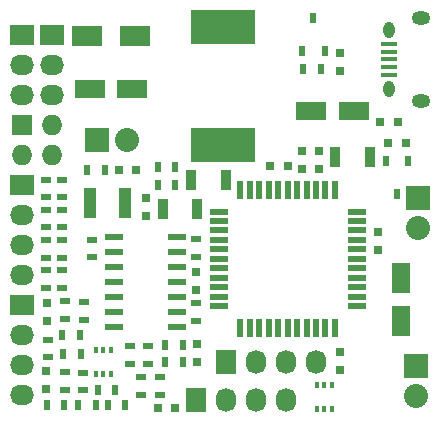
<source format=gbr>
G04 #@! TF.FileFunction,Soldermask,Top*
%FSLAX46Y46*%
G04 Gerber Fmt 4.6, Leading zero omitted, Abs format (unit mm)*
G04 Created by KiCad (PCBNEW 4.0.4-stable) date 11/23/16 17:15:38*
%MOMM*%
%LPD*%
G01*
G04 APERTURE LIST*
%ADD10C,0.100000*%
%ADD11R,1.600200X2.600960*%
%ADD12R,1.600000X0.560000*%
%ADD13R,0.560000X1.600000*%
%ADD14R,1.350000X0.400000*%
%ADD15O,0.950000X1.400000*%
%ADD16O,1.550000X1.200000*%
%ADD17R,1.727200X2.032000*%
%ADD18O,1.727200X2.032000*%
%ADD19R,0.750000X0.800000*%
%ADD20R,0.800000X0.750000*%
%ADD21R,2.600960X1.600200*%
%ADD22R,2.499360X1.800860*%
%ADD23R,0.797560X0.797560*%
%ADD24R,1.000000X2.500000*%
%ADD25R,5.400040X2.900680*%
%ADD26R,0.900000X1.700000*%
%ADD27R,2.032000X1.727200*%
%ADD28O,2.032000X1.727200*%
%ADD29R,1.727200X1.727200*%
%ADD30O,1.727200X1.727200*%
%ADD31R,2.032000X2.032000*%
%ADD32O,2.032000X2.032000*%
%ADD33R,0.600000X0.900000*%
%ADD34R,0.900000X0.500000*%
%ADD35R,0.500000X0.900000*%
%ADD36R,1.500000X0.600000*%
%ADD37R,0.304800X0.508000*%
G04 APERTURE END LIST*
D10*
D11*
X103187500Y-122214640D03*
X103187500Y-125816360D03*
D12*
X87723600Y-116573800D03*
X87723600Y-117373800D03*
X87723600Y-118173800D03*
X87723600Y-118973800D03*
X87723600Y-119773800D03*
X87723600Y-120573800D03*
X87723600Y-121373800D03*
X87723600Y-122173800D03*
X87723600Y-122973800D03*
X87723600Y-123773800D03*
X87723600Y-124573800D03*
D13*
X89573600Y-126423800D03*
X90373600Y-126423800D03*
X91173600Y-126423800D03*
X91973600Y-126423800D03*
X92773600Y-126423800D03*
X93573600Y-126423800D03*
X94373600Y-126423800D03*
X95173600Y-126423800D03*
X95973600Y-126423800D03*
X96773600Y-126423800D03*
X97573600Y-126423800D03*
D12*
X99423600Y-124573800D03*
X99423600Y-123773800D03*
X99423600Y-122973800D03*
X99423600Y-122173800D03*
X99423600Y-121373800D03*
X99423600Y-120573800D03*
X99423600Y-119773800D03*
X99423600Y-118973800D03*
X99423600Y-118173800D03*
X99423600Y-117373800D03*
X99423600Y-116573800D03*
D13*
X97573600Y-114723800D03*
X96773600Y-114723800D03*
X95973600Y-114723800D03*
X95173600Y-114723800D03*
X94373600Y-114723800D03*
X93573600Y-114723800D03*
X92773600Y-114723800D03*
X91973600Y-114723800D03*
X91173600Y-114723800D03*
X90373600Y-114723800D03*
X89573600Y-114723800D03*
D14*
X102132960Y-104996400D03*
X102132960Y-104346400D03*
X102132960Y-103696400D03*
X102132960Y-103046400D03*
X102132960Y-102396400D03*
D15*
X102132960Y-106196400D03*
X102132960Y-101196400D03*
D16*
X104832960Y-107196400D03*
X104832960Y-100196400D03*
D17*
X88328500Y-129349500D03*
D18*
X90868500Y-129349500D03*
X93408500Y-129349500D03*
X95948500Y-129349500D03*
D19*
X98044000Y-128472500D03*
X98044000Y-129972500D03*
D20*
X84062000Y-133248400D03*
X82562000Y-133248400D03*
X101421500Y-109029500D03*
X102921500Y-109029500D03*
D19*
X101219000Y-118312500D03*
X101219000Y-119812500D03*
X85915500Y-129312100D03*
X85915500Y-127812100D03*
X81597500Y-115455000D03*
X81597500Y-116955000D03*
X96202500Y-111454500D03*
X96202500Y-112954500D03*
D21*
X99146360Y-108077000D03*
X95544640Y-108077000D03*
D19*
X98044000Y-103136000D03*
X98044000Y-104636000D03*
D20*
X102056500Y-110807500D03*
X103556500Y-110807500D03*
D19*
X73215500Y-125845000D03*
X73215500Y-124345000D03*
X73152000Y-131610800D03*
X73152000Y-130110800D03*
D21*
X76812140Y-106172000D03*
X80413860Y-106172000D03*
D19*
X85852000Y-123178000D03*
X85852000Y-121678000D03*
X94805500Y-111454500D03*
X94805500Y-112954500D03*
D20*
X92087000Y-112712500D03*
X93587000Y-112712500D03*
D22*
X76614020Y-101727000D03*
X80611980Y-101727000D03*
D23*
X79260700Y-113030000D03*
X80759300Y-113030000D03*
D24*
X76808200Y-115824000D03*
X79808200Y-115824000D03*
D25*
X88138000Y-100916740D03*
X88138000Y-110919260D03*
D26*
X100510000Y-111950500D03*
X97610000Y-111950500D03*
X88318000Y-113919000D03*
X85418000Y-113919000D03*
X83005000Y-116332000D03*
X85905000Y-116332000D03*
D27*
X71120000Y-114300000D03*
D28*
X71120000Y-116840000D03*
X71120000Y-119380000D03*
X71120000Y-121920000D03*
D29*
X71120000Y-109220000D03*
D30*
X73660000Y-109220000D03*
X71120000Y-111760000D03*
X73660000Y-111760000D03*
D17*
X85788500Y-132524500D03*
D18*
X88328500Y-132524500D03*
X90868500Y-132524500D03*
X93408500Y-132524500D03*
D27*
X71120000Y-124460000D03*
D28*
X71120000Y-127000000D03*
X71120000Y-129540000D03*
X71120000Y-132080000D03*
D31*
X77470000Y-110490000D03*
D32*
X80010000Y-110490000D03*
D31*
X104470200Y-129616200D03*
D32*
X104470200Y-132156200D03*
D27*
X71120000Y-101600000D03*
D28*
X71120000Y-104140000D03*
X71120000Y-106680000D03*
D27*
X73660000Y-101600000D03*
D28*
X73660000Y-104140000D03*
X73660000Y-106680000D03*
D33*
X95758000Y-100200000D03*
X96708000Y-103000000D03*
X94808000Y-103000000D03*
D34*
X82753200Y-132068000D03*
X82753200Y-130568000D03*
X81788000Y-127951800D03*
X81788000Y-129451800D03*
X81127600Y-132068000D03*
X81127600Y-130568000D03*
X80187800Y-129451800D03*
X80187800Y-127951800D03*
D35*
X84684300Y-129324100D03*
X83184300Y-129324100D03*
X84684300Y-127850900D03*
X83184300Y-127850900D03*
D34*
X73101200Y-121525600D03*
X73101200Y-123025600D03*
X73101200Y-119011000D03*
X73101200Y-120511000D03*
X73101200Y-116420200D03*
X73101200Y-117920200D03*
X73101200Y-113880200D03*
X73101200Y-115380200D03*
X74498200Y-123025600D03*
X74498200Y-121525600D03*
X74498200Y-120511000D03*
X74498200Y-119011000D03*
X74498200Y-117920200D03*
X74498200Y-116420200D03*
X74498200Y-115380200D03*
X74498200Y-113880200D03*
D35*
X78320200Y-132994400D03*
X79820200Y-132994400D03*
X77482000Y-131673600D03*
X78982000Y-131673600D03*
X74535600Y-128676400D03*
X76035600Y-128676400D03*
D34*
X73304400Y-127418400D03*
X73304400Y-128918400D03*
X76327000Y-125718000D03*
X76327000Y-124218000D03*
D35*
X75805600Y-132994400D03*
X77305600Y-132994400D03*
D34*
X85852000Y-124345000D03*
X85852000Y-125845000D03*
D35*
X74497500Y-127063500D03*
X75997500Y-127063500D03*
X73164000Y-132994400D03*
X74664000Y-132994400D03*
D34*
X74739500Y-124154500D03*
X74739500Y-125654500D03*
X74726800Y-130161600D03*
X74726800Y-131661600D03*
D35*
X82562000Y-112776000D03*
X84062000Y-112776000D03*
X84062000Y-114300000D03*
X82562000Y-114300000D03*
D34*
X85826600Y-120384000D03*
X85826600Y-118884000D03*
X77025500Y-118947500D03*
X77025500Y-120447500D03*
X76250800Y-130212400D03*
X76250800Y-131712400D03*
D35*
X94881000Y-104521000D03*
X96381000Y-104521000D03*
X76593000Y-113030000D03*
X78093000Y-113030000D03*
D33*
X102806500Y-115065000D03*
X101856500Y-112265000D03*
X103756500Y-112265000D03*
D36*
X84234000Y-126365000D03*
X84234000Y-125095000D03*
X84234000Y-123825000D03*
X84234000Y-122555000D03*
X84234000Y-121285000D03*
X84234000Y-120015000D03*
X84234000Y-118745000D03*
X78834000Y-118745000D03*
X78834000Y-120015000D03*
X78834000Y-121285000D03*
X78834000Y-122555000D03*
X78834000Y-123825000D03*
X78834000Y-125095000D03*
X78834000Y-126365000D03*
D37*
X78613000Y-128320800D03*
X77343000Y-128320800D03*
X78613000Y-130352800D03*
X77978000Y-128320800D03*
X77343000Y-130352800D03*
X77978000Y-130352800D03*
X96037400Y-133324600D03*
X97307400Y-133324600D03*
X96037400Y-131292600D03*
X96672400Y-133324600D03*
X97307400Y-131292600D03*
X96672400Y-131292600D03*
D31*
X104597200Y-115392200D03*
D32*
X104597200Y-117932200D03*
M02*

</source>
